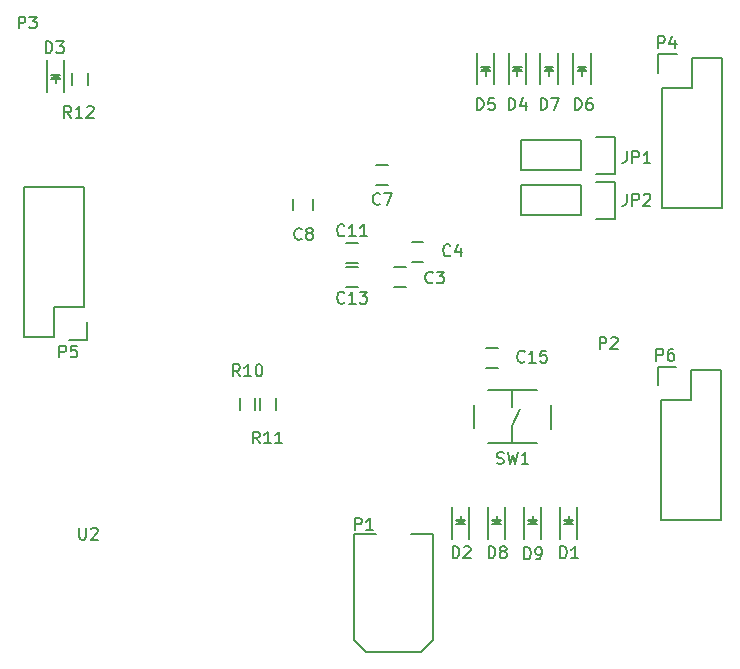
<source format=gbr>
G04 #@! TF.FileFunction,Legend,Top*
%FSLAX46Y46*%
G04 Gerber Fmt 4.6, Leading zero omitted, Abs format (unit mm)*
G04 Created by KiCad (PCBNEW 4.0.1-stable) date 12-Feb-16 11:10:28 AM*
%MOMM*%
G01*
G04 APERTURE LIST*
%ADD10C,0.100000*%
%ADD11C,0.150000*%
G04 APERTURE END LIST*
D10*
D11*
X31225000Y-24923000D02*
X32225000Y-24923000D01*
X32225000Y-23223000D02*
X31225000Y-23223000D01*
X33700000Y-21120000D02*
X32700000Y-21120000D01*
X32700000Y-22820000D02*
X33700000Y-22820000D01*
X29701000Y-16287000D02*
X30701000Y-16287000D01*
X30701000Y-14587000D02*
X29701000Y-14587000D01*
X24380000Y-18460000D02*
X24380000Y-17460000D01*
X22680000Y-17460000D02*
X22680000Y-18460000D01*
X28160000Y-21200000D02*
X27160000Y-21200000D01*
X27160000Y-22900000D02*
X28160000Y-22900000D01*
X28160000Y-23260000D02*
X27160000Y-23260000D01*
X27160000Y-24960000D02*
X28160000Y-24960000D01*
X39970000Y-30100000D02*
X38970000Y-30100000D01*
X38970000Y-31800000D02*
X39970000Y-31800000D01*
X46734000Y-46304000D02*
X46734000Y-43604000D01*
X45234000Y-46304000D02*
X45234000Y-43604000D01*
X46134000Y-44804000D02*
X45884000Y-44804000D01*
X45884000Y-44804000D02*
X46034000Y-44954000D01*
X45634000Y-45054000D02*
X46334000Y-45054000D01*
X45984000Y-44704000D02*
X45984000Y-44354000D01*
X45984000Y-45054000D02*
X45634000Y-44704000D01*
X45634000Y-44704000D02*
X46334000Y-44704000D01*
X46334000Y-44704000D02*
X45984000Y-45054000D01*
X37590000Y-46304000D02*
X37590000Y-43604000D01*
X36090000Y-46304000D02*
X36090000Y-43604000D01*
X36990000Y-44804000D02*
X36740000Y-44804000D01*
X36740000Y-44804000D02*
X36890000Y-44954000D01*
X36490000Y-45054000D02*
X37190000Y-45054000D01*
X36840000Y-44704000D02*
X36840000Y-44354000D01*
X36840000Y-45054000D02*
X36490000Y-44704000D01*
X36490000Y-44704000D02*
X37190000Y-44704000D01*
X37190000Y-44704000D02*
X36840000Y-45054000D01*
X1800000Y-5766000D02*
X1800000Y-8466000D01*
X3300000Y-5766000D02*
X3300000Y-8466000D01*
X2400000Y-7266000D02*
X2650000Y-7266000D01*
X2650000Y-7266000D02*
X2500000Y-7116000D01*
X2900000Y-7016000D02*
X2200000Y-7016000D01*
X2550000Y-7366000D02*
X2550000Y-7716000D01*
X2550000Y-7016000D02*
X2900000Y-7366000D01*
X2900000Y-7366000D02*
X2200000Y-7366000D01*
X2200000Y-7366000D02*
X2550000Y-7016000D01*
X40900000Y-5100000D02*
X40900000Y-7800000D01*
X42400000Y-5100000D02*
X42400000Y-7800000D01*
X41500000Y-6600000D02*
X41750000Y-6600000D01*
X41750000Y-6600000D02*
X41600000Y-6450000D01*
X42000000Y-6350000D02*
X41300000Y-6350000D01*
X41650000Y-6700000D02*
X41650000Y-7050000D01*
X41650000Y-6350000D02*
X42000000Y-6700000D01*
X42000000Y-6700000D02*
X41300000Y-6700000D01*
X41300000Y-6700000D02*
X41650000Y-6350000D01*
X38200000Y-5100000D02*
X38200000Y-7800000D01*
X39700000Y-5100000D02*
X39700000Y-7800000D01*
X38800000Y-6600000D02*
X39050000Y-6600000D01*
X39050000Y-6600000D02*
X38900000Y-6450000D01*
X39300000Y-6350000D02*
X38600000Y-6350000D01*
X38950000Y-6700000D02*
X38950000Y-7050000D01*
X38950000Y-6350000D02*
X39300000Y-6700000D01*
X39300000Y-6700000D02*
X38600000Y-6700000D01*
X38600000Y-6700000D02*
X38950000Y-6350000D01*
X46400000Y-5100000D02*
X46400000Y-7800000D01*
X47900000Y-5100000D02*
X47900000Y-7800000D01*
X47000000Y-6600000D02*
X47250000Y-6600000D01*
X47250000Y-6600000D02*
X47100000Y-6450000D01*
X47500000Y-6350000D02*
X46800000Y-6350000D01*
X47150000Y-6700000D02*
X47150000Y-7050000D01*
X47150000Y-6350000D02*
X47500000Y-6700000D01*
X47500000Y-6700000D02*
X46800000Y-6700000D01*
X46800000Y-6700000D02*
X47150000Y-6350000D01*
X43600000Y-5100000D02*
X43600000Y-7800000D01*
X45100000Y-5100000D02*
X45100000Y-7800000D01*
X44200000Y-6600000D02*
X44450000Y-6600000D01*
X44450000Y-6600000D02*
X44300000Y-6450000D01*
X44700000Y-6350000D02*
X44000000Y-6350000D01*
X44350000Y-6700000D02*
X44350000Y-7050000D01*
X44350000Y-6350000D02*
X44700000Y-6700000D01*
X44700000Y-6700000D02*
X44000000Y-6700000D01*
X44000000Y-6700000D02*
X44350000Y-6350000D01*
X40638000Y-46304000D02*
X40638000Y-43604000D01*
X39138000Y-46304000D02*
X39138000Y-43604000D01*
X40038000Y-44804000D02*
X39788000Y-44804000D01*
X39788000Y-44804000D02*
X39938000Y-44954000D01*
X39538000Y-45054000D02*
X40238000Y-45054000D01*
X39888000Y-44704000D02*
X39888000Y-44354000D01*
X39888000Y-45054000D02*
X39538000Y-44704000D01*
X39538000Y-44704000D02*
X40238000Y-44704000D01*
X40238000Y-44704000D02*
X39888000Y-45054000D01*
X43686000Y-46304000D02*
X43686000Y-43604000D01*
X42186000Y-46304000D02*
X42186000Y-43604000D01*
X43086000Y-44804000D02*
X42836000Y-44804000D01*
X42836000Y-44804000D02*
X42986000Y-44954000D01*
X42586000Y-45054000D02*
X43286000Y-45054000D01*
X42936000Y-44704000D02*
X42936000Y-44354000D01*
X42936000Y-45054000D02*
X42586000Y-44704000D01*
X42586000Y-44704000D02*
X43286000Y-44704000D01*
X43286000Y-44704000D02*
X42936000Y-45054000D01*
X47062000Y-12536000D02*
X41982000Y-12536000D01*
X41982000Y-12536000D02*
X41982000Y-15076000D01*
X41982000Y-15076000D02*
X47062000Y-15076000D01*
X49882000Y-15356000D02*
X48332000Y-15356000D01*
X47062000Y-15076000D02*
X47062000Y-12536000D01*
X48332000Y-12256000D02*
X49882000Y-12256000D01*
X49882000Y-12256000D02*
X49882000Y-15356000D01*
X47062000Y-16346000D02*
X41982000Y-16346000D01*
X41982000Y-16346000D02*
X41982000Y-18886000D01*
X41982000Y-18886000D02*
X47062000Y-18886000D01*
X49882000Y-19166000D02*
X48332000Y-19166000D01*
X47062000Y-18886000D02*
X47062000Y-16346000D01*
X48332000Y-16066000D02*
X49882000Y-16066000D01*
X49882000Y-16066000D02*
X49882000Y-19166000D01*
X58950000Y-5540000D02*
X58950000Y-18240000D01*
X58950000Y-18240000D02*
X53870000Y-18240000D01*
X53870000Y-18240000D02*
X53870000Y-8080000D01*
X58950000Y-5540000D02*
X56410000Y-5540000D01*
X55140000Y-5260000D02*
X53590000Y-5260000D01*
X56410000Y-5540000D02*
X56410000Y-8080000D01*
X56410000Y-8080000D02*
X53870000Y-8080000D01*
X53590000Y-5260000D02*
X53590000Y-6810000D01*
X-160000Y-29160000D02*
X-160000Y-16460000D01*
X-160000Y-16460000D02*
X4920000Y-16460000D01*
X4920000Y-16460000D02*
X4920000Y-26620000D01*
X-160000Y-29160000D02*
X2380000Y-29160000D01*
X3650000Y-29440000D02*
X5200000Y-29440000D01*
X2380000Y-29160000D02*
X2380000Y-26620000D01*
X2380000Y-26620000D02*
X4920000Y-26620000D01*
X5200000Y-29440000D02*
X5200000Y-27890000D01*
X58910000Y-32020000D02*
X58910000Y-44720000D01*
X58910000Y-44720000D02*
X53830000Y-44720000D01*
X53830000Y-44720000D02*
X53830000Y-34560000D01*
X58910000Y-32020000D02*
X56370000Y-32020000D01*
X55100000Y-31740000D02*
X53550000Y-31740000D01*
X56370000Y-32020000D02*
X56370000Y-34560000D01*
X56370000Y-34560000D02*
X53830000Y-34560000D01*
X53550000Y-31740000D02*
X53550000Y-33290000D01*
X34490000Y-54870000D02*
X33490000Y-55870000D01*
X33490000Y-55870000D02*
X28790000Y-55870000D01*
X34490000Y-45870000D02*
X34490000Y-54870000D01*
X27790000Y-45870000D02*
X27790000Y-54870000D01*
X27790000Y-54870000D02*
X28790000Y-55870000D01*
X29640000Y-45870000D02*
X27790000Y-45870000D01*
X33340000Y-45870000D02*
X34490000Y-45870000D01*
X32640000Y-45870000D02*
X33340000Y-45870000D01*
X19475000Y-34370000D02*
X19475000Y-35370000D01*
X18125000Y-35370000D02*
X18125000Y-34370000D01*
X19825000Y-35370000D02*
X19825000Y-34370000D01*
X21175000Y-34370000D02*
X21175000Y-35370000D01*
X3907000Y-7866000D02*
X3907000Y-6866000D01*
X5257000Y-6866000D02*
X5257000Y-7866000D01*
X41220000Y-36710000D02*
X41870000Y-35260000D01*
X41220000Y-36710000D02*
X41220000Y-38160000D01*
X41220000Y-33660000D02*
X41220000Y-35110000D01*
X39120000Y-33660000D02*
X43320000Y-33660000D01*
X44470000Y-36960000D02*
X44470000Y-34960000D01*
X39120000Y-38160000D02*
X43320000Y-38160000D01*
X37970000Y-34910000D02*
X37970000Y-36910000D01*
X-588095Y-3052381D02*
X-588095Y-2052381D01*
X-207142Y-2052381D01*
X-111904Y-2100000D01*
X-64285Y-2147619D01*
X-16666Y-2242857D01*
X-16666Y-2385714D01*
X-64285Y-2480952D01*
X-111904Y-2528571D01*
X-207142Y-2576190D01*
X-588095Y-2576190D01*
X316667Y-2052381D02*
X935715Y-2052381D01*
X602381Y-2433333D01*
X745239Y-2433333D01*
X840477Y-2480952D01*
X888096Y-2528571D01*
X935715Y-2623810D01*
X935715Y-2861905D01*
X888096Y-2957143D01*
X840477Y-3004762D01*
X745239Y-3052381D01*
X459524Y-3052381D01*
X364286Y-3004762D01*
X316667Y-2957143D01*
X34483334Y-24557143D02*
X34435715Y-24604762D01*
X34292858Y-24652381D01*
X34197620Y-24652381D01*
X34054762Y-24604762D01*
X33959524Y-24509524D01*
X33911905Y-24414286D01*
X33864286Y-24223810D01*
X33864286Y-24080952D01*
X33911905Y-23890476D01*
X33959524Y-23795238D01*
X34054762Y-23700000D01*
X34197620Y-23652381D01*
X34292858Y-23652381D01*
X34435715Y-23700000D01*
X34483334Y-23747619D01*
X34816667Y-23652381D02*
X35435715Y-23652381D01*
X35102381Y-24033333D01*
X35245239Y-24033333D01*
X35340477Y-24080952D01*
X35388096Y-24128571D01*
X35435715Y-24223810D01*
X35435715Y-24461905D01*
X35388096Y-24557143D01*
X35340477Y-24604762D01*
X35245239Y-24652381D01*
X34959524Y-24652381D01*
X34864286Y-24604762D01*
X34816667Y-24557143D01*
X35983334Y-22257143D02*
X35935715Y-22304762D01*
X35792858Y-22352381D01*
X35697620Y-22352381D01*
X35554762Y-22304762D01*
X35459524Y-22209524D01*
X35411905Y-22114286D01*
X35364286Y-21923810D01*
X35364286Y-21780952D01*
X35411905Y-21590476D01*
X35459524Y-21495238D01*
X35554762Y-21400000D01*
X35697620Y-21352381D01*
X35792858Y-21352381D01*
X35935715Y-21400000D01*
X35983334Y-21447619D01*
X36840477Y-21685714D02*
X36840477Y-22352381D01*
X36602381Y-21304762D02*
X36364286Y-22019048D01*
X36983334Y-22019048D01*
X30034334Y-17894143D02*
X29986715Y-17941762D01*
X29843858Y-17989381D01*
X29748620Y-17989381D01*
X29605762Y-17941762D01*
X29510524Y-17846524D01*
X29462905Y-17751286D01*
X29415286Y-17560810D01*
X29415286Y-17417952D01*
X29462905Y-17227476D01*
X29510524Y-17132238D01*
X29605762Y-17037000D01*
X29748620Y-16989381D01*
X29843858Y-16989381D01*
X29986715Y-17037000D01*
X30034334Y-17084619D01*
X30367667Y-16989381D02*
X31034334Y-16989381D01*
X30605762Y-17989381D01*
X23383334Y-20857143D02*
X23335715Y-20904762D01*
X23192858Y-20952381D01*
X23097620Y-20952381D01*
X22954762Y-20904762D01*
X22859524Y-20809524D01*
X22811905Y-20714286D01*
X22764286Y-20523810D01*
X22764286Y-20380952D01*
X22811905Y-20190476D01*
X22859524Y-20095238D01*
X22954762Y-20000000D01*
X23097620Y-19952381D01*
X23192858Y-19952381D01*
X23335715Y-20000000D01*
X23383334Y-20047619D01*
X23954762Y-20380952D02*
X23859524Y-20333333D01*
X23811905Y-20285714D01*
X23764286Y-20190476D01*
X23764286Y-20142857D01*
X23811905Y-20047619D01*
X23859524Y-20000000D01*
X23954762Y-19952381D01*
X24145239Y-19952381D01*
X24240477Y-20000000D01*
X24288096Y-20047619D01*
X24335715Y-20142857D01*
X24335715Y-20190476D01*
X24288096Y-20285714D01*
X24240477Y-20333333D01*
X24145239Y-20380952D01*
X23954762Y-20380952D01*
X23859524Y-20428571D01*
X23811905Y-20476190D01*
X23764286Y-20571429D01*
X23764286Y-20761905D01*
X23811905Y-20857143D01*
X23859524Y-20904762D01*
X23954762Y-20952381D01*
X24145239Y-20952381D01*
X24240477Y-20904762D01*
X24288096Y-20857143D01*
X24335715Y-20761905D01*
X24335715Y-20571429D01*
X24288096Y-20476190D01*
X24240477Y-20428571D01*
X24145239Y-20380952D01*
X27007143Y-20557143D02*
X26959524Y-20604762D01*
X26816667Y-20652381D01*
X26721429Y-20652381D01*
X26578571Y-20604762D01*
X26483333Y-20509524D01*
X26435714Y-20414286D01*
X26388095Y-20223810D01*
X26388095Y-20080952D01*
X26435714Y-19890476D01*
X26483333Y-19795238D01*
X26578571Y-19700000D01*
X26721429Y-19652381D01*
X26816667Y-19652381D01*
X26959524Y-19700000D01*
X27007143Y-19747619D01*
X27959524Y-20652381D02*
X27388095Y-20652381D01*
X27673809Y-20652381D02*
X27673809Y-19652381D01*
X27578571Y-19795238D01*
X27483333Y-19890476D01*
X27388095Y-19938095D01*
X28911905Y-20652381D02*
X28340476Y-20652381D01*
X28626190Y-20652381D02*
X28626190Y-19652381D01*
X28530952Y-19795238D01*
X28435714Y-19890476D01*
X28340476Y-19938095D01*
X27007143Y-26257143D02*
X26959524Y-26304762D01*
X26816667Y-26352381D01*
X26721429Y-26352381D01*
X26578571Y-26304762D01*
X26483333Y-26209524D01*
X26435714Y-26114286D01*
X26388095Y-25923810D01*
X26388095Y-25780952D01*
X26435714Y-25590476D01*
X26483333Y-25495238D01*
X26578571Y-25400000D01*
X26721429Y-25352381D01*
X26816667Y-25352381D01*
X26959524Y-25400000D01*
X27007143Y-25447619D01*
X27959524Y-26352381D02*
X27388095Y-26352381D01*
X27673809Y-26352381D02*
X27673809Y-25352381D01*
X27578571Y-25495238D01*
X27483333Y-25590476D01*
X27388095Y-25638095D01*
X28292857Y-25352381D02*
X28911905Y-25352381D01*
X28578571Y-25733333D01*
X28721429Y-25733333D01*
X28816667Y-25780952D01*
X28864286Y-25828571D01*
X28911905Y-25923810D01*
X28911905Y-26161905D01*
X28864286Y-26257143D01*
X28816667Y-26304762D01*
X28721429Y-26352381D01*
X28435714Y-26352381D01*
X28340476Y-26304762D01*
X28292857Y-26257143D01*
X42257143Y-31257143D02*
X42209524Y-31304762D01*
X42066667Y-31352381D01*
X41971429Y-31352381D01*
X41828571Y-31304762D01*
X41733333Y-31209524D01*
X41685714Y-31114286D01*
X41638095Y-30923810D01*
X41638095Y-30780952D01*
X41685714Y-30590476D01*
X41733333Y-30495238D01*
X41828571Y-30400000D01*
X41971429Y-30352381D01*
X42066667Y-30352381D01*
X42209524Y-30400000D01*
X42257143Y-30447619D01*
X43209524Y-31352381D02*
X42638095Y-31352381D01*
X42923809Y-31352381D02*
X42923809Y-30352381D01*
X42828571Y-30495238D01*
X42733333Y-30590476D01*
X42638095Y-30638095D01*
X44114286Y-30352381D02*
X43638095Y-30352381D01*
X43590476Y-30828571D01*
X43638095Y-30780952D01*
X43733333Y-30733333D01*
X43971429Y-30733333D01*
X44066667Y-30780952D01*
X44114286Y-30828571D01*
X44161905Y-30923810D01*
X44161905Y-31161905D01*
X44114286Y-31257143D01*
X44066667Y-31304762D01*
X43971429Y-31352381D01*
X43733333Y-31352381D01*
X43638095Y-31304762D01*
X43590476Y-31257143D01*
X45261905Y-47902381D02*
X45261905Y-46902381D01*
X45500000Y-46902381D01*
X45642858Y-46950000D01*
X45738096Y-47045238D01*
X45785715Y-47140476D01*
X45833334Y-47330952D01*
X45833334Y-47473810D01*
X45785715Y-47664286D01*
X45738096Y-47759524D01*
X45642858Y-47854762D01*
X45500000Y-47902381D01*
X45261905Y-47902381D01*
X46785715Y-47902381D02*
X46214286Y-47902381D01*
X46500000Y-47902381D02*
X46500000Y-46902381D01*
X46404762Y-47045238D01*
X46309524Y-47140476D01*
X46214286Y-47188095D01*
X36161905Y-47902381D02*
X36161905Y-46902381D01*
X36400000Y-46902381D01*
X36542858Y-46950000D01*
X36638096Y-47045238D01*
X36685715Y-47140476D01*
X36733334Y-47330952D01*
X36733334Y-47473810D01*
X36685715Y-47664286D01*
X36638096Y-47759524D01*
X36542858Y-47854762D01*
X36400000Y-47902381D01*
X36161905Y-47902381D01*
X37114286Y-46997619D02*
X37161905Y-46950000D01*
X37257143Y-46902381D01*
X37495239Y-46902381D01*
X37590477Y-46950000D01*
X37638096Y-46997619D01*
X37685715Y-47092857D01*
X37685715Y-47188095D01*
X37638096Y-47330952D01*
X37066667Y-47902381D01*
X37685715Y-47902381D01*
X1711905Y-5152381D02*
X1711905Y-4152381D01*
X1950000Y-4152381D01*
X2092858Y-4200000D01*
X2188096Y-4295238D01*
X2235715Y-4390476D01*
X2283334Y-4580952D01*
X2283334Y-4723810D01*
X2235715Y-4914286D01*
X2188096Y-5009524D01*
X2092858Y-5104762D01*
X1950000Y-5152381D01*
X1711905Y-5152381D01*
X2616667Y-4152381D02*
X3235715Y-4152381D01*
X2902381Y-4533333D01*
X3045239Y-4533333D01*
X3140477Y-4580952D01*
X3188096Y-4628571D01*
X3235715Y-4723810D01*
X3235715Y-4961905D01*
X3188096Y-5057143D01*
X3140477Y-5104762D01*
X3045239Y-5152381D01*
X2759524Y-5152381D01*
X2664286Y-5104762D01*
X2616667Y-5057143D01*
X40911905Y-9952381D02*
X40911905Y-8952381D01*
X41150000Y-8952381D01*
X41292858Y-9000000D01*
X41388096Y-9095238D01*
X41435715Y-9190476D01*
X41483334Y-9380952D01*
X41483334Y-9523810D01*
X41435715Y-9714286D01*
X41388096Y-9809524D01*
X41292858Y-9904762D01*
X41150000Y-9952381D01*
X40911905Y-9952381D01*
X42340477Y-9285714D02*
X42340477Y-9952381D01*
X42102381Y-8904762D02*
X41864286Y-9619048D01*
X42483334Y-9619048D01*
X38211905Y-9952381D02*
X38211905Y-8952381D01*
X38450000Y-8952381D01*
X38592858Y-9000000D01*
X38688096Y-9095238D01*
X38735715Y-9190476D01*
X38783334Y-9380952D01*
X38783334Y-9523810D01*
X38735715Y-9714286D01*
X38688096Y-9809524D01*
X38592858Y-9904762D01*
X38450000Y-9952381D01*
X38211905Y-9952381D01*
X39688096Y-8952381D02*
X39211905Y-8952381D01*
X39164286Y-9428571D01*
X39211905Y-9380952D01*
X39307143Y-9333333D01*
X39545239Y-9333333D01*
X39640477Y-9380952D01*
X39688096Y-9428571D01*
X39735715Y-9523810D01*
X39735715Y-9761905D01*
X39688096Y-9857143D01*
X39640477Y-9904762D01*
X39545239Y-9952381D01*
X39307143Y-9952381D01*
X39211905Y-9904762D01*
X39164286Y-9857143D01*
X46511905Y-9952381D02*
X46511905Y-8952381D01*
X46750000Y-8952381D01*
X46892858Y-9000000D01*
X46988096Y-9095238D01*
X47035715Y-9190476D01*
X47083334Y-9380952D01*
X47083334Y-9523810D01*
X47035715Y-9714286D01*
X46988096Y-9809524D01*
X46892858Y-9904762D01*
X46750000Y-9952381D01*
X46511905Y-9952381D01*
X47940477Y-8952381D02*
X47750000Y-8952381D01*
X47654762Y-9000000D01*
X47607143Y-9047619D01*
X47511905Y-9190476D01*
X47464286Y-9380952D01*
X47464286Y-9761905D01*
X47511905Y-9857143D01*
X47559524Y-9904762D01*
X47654762Y-9952381D01*
X47845239Y-9952381D01*
X47940477Y-9904762D01*
X47988096Y-9857143D01*
X48035715Y-9761905D01*
X48035715Y-9523810D01*
X47988096Y-9428571D01*
X47940477Y-9380952D01*
X47845239Y-9333333D01*
X47654762Y-9333333D01*
X47559524Y-9380952D01*
X47511905Y-9428571D01*
X47464286Y-9523810D01*
X43611905Y-9952381D02*
X43611905Y-8952381D01*
X43850000Y-8952381D01*
X43992858Y-9000000D01*
X44088096Y-9095238D01*
X44135715Y-9190476D01*
X44183334Y-9380952D01*
X44183334Y-9523810D01*
X44135715Y-9714286D01*
X44088096Y-9809524D01*
X43992858Y-9904762D01*
X43850000Y-9952381D01*
X43611905Y-9952381D01*
X44516667Y-8952381D02*
X45183334Y-8952381D01*
X44754762Y-9952381D01*
X39211905Y-47902381D02*
X39211905Y-46902381D01*
X39450000Y-46902381D01*
X39592858Y-46950000D01*
X39688096Y-47045238D01*
X39735715Y-47140476D01*
X39783334Y-47330952D01*
X39783334Y-47473810D01*
X39735715Y-47664286D01*
X39688096Y-47759524D01*
X39592858Y-47854762D01*
X39450000Y-47902381D01*
X39211905Y-47902381D01*
X40354762Y-47330952D02*
X40259524Y-47283333D01*
X40211905Y-47235714D01*
X40164286Y-47140476D01*
X40164286Y-47092857D01*
X40211905Y-46997619D01*
X40259524Y-46950000D01*
X40354762Y-46902381D01*
X40545239Y-46902381D01*
X40640477Y-46950000D01*
X40688096Y-46997619D01*
X40735715Y-47092857D01*
X40735715Y-47140476D01*
X40688096Y-47235714D01*
X40640477Y-47283333D01*
X40545239Y-47330952D01*
X40354762Y-47330952D01*
X40259524Y-47378571D01*
X40211905Y-47426190D01*
X40164286Y-47521429D01*
X40164286Y-47711905D01*
X40211905Y-47807143D01*
X40259524Y-47854762D01*
X40354762Y-47902381D01*
X40545239Y-47902381D01*
X40640477Y-47854762D01*
X40688096Y-47807143D01*
X40735715Y-47711905D01*
X40735715Y-47521429D01*
X40688096Y-47426190D01*
X40640477Y-47378571D01*
X40545239Y-47330952D01*
X42211905Y-48002381D02*
X42211905Y-47002381D01*
X42450000Y-47002381D01*
X42592858Y-47050000D01*
X42688096Y-47145238D01*
X42735715Y-47240476D01*
X42783334Y-47430952D01*
X42783334Y-47573810D01*
X42735715Y-47764286D01*
X42688096Y-47859524D01*
X42592858Y-47954762D01*
X42450000Y-48002381D01*
X42211905Y-48002381D01*
X43259524Y-48002381D02*
X43450000Y-48002381D01*
X43545239Y-47954762D01*
X43592858Y-47907143D01*
X43688096Y-47764286D01*
X43735715Y-47573810D01*
X43735715Y-47192857D01*
X43688096Y-47097619D01*
X43640477Y-47050000D01*
X43545239Y-47002381D01*
X43354762Y-47002381D01*
X43259524Y-47050000D01*
X43211905Y-47097619D01*
X43164286Y-47192857D01*
X43164286Y-47430952D01*
X43211905Y-47526190D01*
X43259524Y-47573810D01*
X43354762Y-47621429D01*
X43545239Y-47621429D01*
X43640477Y-47573810D01*
X43688096Y-47526190D01*
X43735715Y-47430952D01*
X50916667Y-13452381D02*
X50916667Y-14166667D01*
X50869047Y-14309524D01*
X50773809Y-14404762D01*
X50630952Y-14452381D01*
X50535714Y-14452381D01*
X51392857Y-14452381D02*
X51392857Y-13452381D01*
X51773810Y-13452381D01*
X51869048Y-13500000D01*
X51916667Y-13547619D01*
X51964286Y-13642857D01*
X51964286Y-13785714D01*
X51916667Y-13880952D01*
X51869048Y-13928571D01*
X51773810Y-13976190D01*
X51392857Y-13976190D01*
X52916667Y-14452381D02*
X52345238Y-14452381D01*
X52630952Y-14452381D02*
X52630952Y-13452381D01*
X52535714Y-13595238D01*
X52440476Y-13690476D01*
X52345238Y-13738095D01*
X50916667Y-17052381D02*
X50916667Y-17766667D01*
X50869047Y-17909524D01*
X50773809Y-18004762D01*
X50630952Y-18052381D01*
X50535714Y-18052381D01*
X51392857Y-18052381D02*
X51392857Y-17052381D01*
X51773810Y-17052381D01*
X51869048Y-17100000D01*
X51916667Y-17147619D01*
X51964286Y-17242857D01*
X51964286Y-17385714D01*
X51916667Y-17480952D01*
X51869048Y-17528571D01*
X51773810Y-17576190D01*
X51392857Y-17576190D01*
X52345238Y-17147619D02*
X52392857Y-17100000D01*
X52488095Y-17052381D01*
X52726191Y-17052381D01*
X52821429Y-17100000D01*
X52869048Y-17147619D01*
X52916667Y-17242857D01*
X52916667Y-17338095D01*
X52869048Y-17480952D01*
X52297619Y-18052381D01*
X52916667Y-18052381D01*
X48611905Y-30202381D02*
X48611905Y-29202381D01*
X48992858Y-29202381D01*
X49088096Y-29250000D01*
X49135715Y-29297619D01*
X49183334Y-29392857D01*
X49183334Y-29535714D01*
X49135715Y-29630952D01*
X49088096Y-29678571D01*
X48992858Y-29726190D01*
X48611905Y-29726190D01*
X49564286Y-29297619D02*
X49611905Y-29250000D01*
X49707143Y-29202381D01*
X49945239Y-29202381D01*
X50040477Y-29250000D01*
X50088096Y-29297619D01*
X50135715Y-29392857D01*
X50135715Y-29488095D01*
X50088096Y-29630952D01*
X49516667Y-30202381D01*
X50135715Y-30202381D01*
X4558095Y-45332381D02*
X4558095Y-46141905D01*
X4605714Y-46237143D01*
X4653333Y-46284762D01*
X4748571Y-46332381D01*
X4939048Y-46332381D01*
X5034286Y-46284762D01*
X5081905Y-46237143D01*
X5129524Y-46141905D01*
X5129524Y-45332381D01*
X5558095Y-45427619D02*
X5605714Y-45380000D01*
X5700952Y-45332381D01*
X5939048Y-45332381D01*
X6034286Y-45380000D01*
X6081905Y-45427619D01*
X6129524Y-45522857D01*
X6129524Y-45618095D01*
X6081905Y-45760952D01*
X5510476Y-46332381D01*
X6129524Y-46332381D01*
X53561905Y-4732381D02*
X53561905Y-3732381D01*
X53942858Y-3732381D01*
X54038096Y-3780000D01*
X54085715Y-3827619D01*
X54133334Y-3922857D01*
X54133334Y-4065714D01*
X54085715Y-4160952D01*
X54038096Y-4208571D01*
X53942858Y-4256190D01*
X53561905Y-4256190D01*
X54990477Y-4065714D02*
X54990477Y-4732381D01*
X54752381Y-3684762D02*
X54514286Y-4399048D01*
X55133334Y-4399048D01*
X2871905Y-30912381D02*
X2871905Y-29912381D01*
X3252858Y-29912381D01*
X3348096Y-29960000D01*
X3395715Y-30007619D01*
X3443334Y-30102857D01*
X3443334Y-30245714D01*
X3395715Y-30340952D01*
X3348096Y-30388571D01*
X3252858Y-30436190D01*
X2871905Y-30436190D01*
X4348096Y-29912381D02*
X3871905Y-29912381D01*
X3824286Y-30388571D01*
X3871905Y-30340952D01*
X3967143Y-30293333D01*
X4205239Y-30293333D01*
X4300477Y-30340952D01*
X4348096Y-30388571D01*
X4395715Y-30483810D01*
X4395715Y-30721905D01*
X4348096Y-30817143D01*
X4300477Y-30864762D01*
X4205239Y-30912381D01*
X3967143Y-30912381D01*
X3871905Y-30864762D01*
X3824286Y-30817143D01*
X53421905Y-31192381D02*
X53421905Y-30192381D01*
X53802858Y-30192381D01*
X53898096Y-30240000D01*
X53945715Y-30287619D01*
X53993334Y-30382857D01*
X53993334Y-30525714D01*
X53945715Y-30620952D01*
X53898096Y-30668571D01*
X53802858Y-30716190D01*
X53421905Y-30716190D01*
X54850477Y-30192381D02*
X54660000Y-30192381D01*
X54564762Y-30240000D01*
X54517143Y-30287619D01*
X54421905Y-30430476D01*
X54374286Y-30620952D01*
X54374286Y-31001905D01*
X54421905Y-31097143D01*
X54469524Y-31144762D01*
X54564762Y-31192381D01*
X54755239Y-31192381D01*
X54850477Y-31144762D01*
X54898096Y-31097143D01*
X54945715Y-31001905D01*
X54945715Y-30763810D01*
X54898096Y-30668571D01*
X54850477Y-30620952D01*
X54755239Y-30573333D01*
X54564762Y-30573333D01*
X54469524Y-30620952D01*
X54421905Y-30668571D01*
X54374286Y-30763810D01*
X27891905Y-45522381D02*
X27891905Y-44522381D01*
X28272858Y-44522381D01*
X28368096Y-44570000D01*
X28415715Y-44617619D01*
X28463334Y-44712857D01*
X28463334Y-44855714D01*
X28415715Y-44950952D01*
X28368096Y-44998571D01*
X28272858Y-45046190D01*
X27891905Y-45046190D01*
X29415715Y-45522381D02*
X28844286Y-45522381D01*
X29130000Y-45522381D02*
X29130000Y-44522381D01*
X29034762Y-44665238D01*
X28939524Y-44760476D01*
X28844286Y-44808095D01*
X18147143Y-32502381D02*
X17813809Y-32026190D01*
X17575714Y-32502381D02*
X17575714Y-31502381D01*
X17956667Y-31502381D01*
X18051905Y-31550000D01*
X18099524Y-31597619D01*
X18147143Y-31692857D01*
X18147143Y-31835714D01*
X18099524Y-31930952D01*
X18051905Y-31978571D01*
X17956667Y-32026190D01*
X17575714Y-32026190D01*
X19099524Y-32502381D02*
X18528095Y-32502381D01*
X18813809Y-32502381D02*
X18813809Y-31502381D01*
X18718571Y-31645238D01*
X18623333Y-31740476D01*
X18528095Y-31788095D01*
X19718571Y-31502381D02*
X19813810Y-31502381D01*
X19909048Y-31550000D01*
X19956667Y-31597619D01*
X20004286Y-31692857D01*
X20051905Y-31883333D01*
X20051905Y-32121429D01*
X20004286Y-32311905D01*
X19956667Y-32407143D01*
X19909048Y-32454762D01*
X19813810Y-32502381D01*
X19718571Y-32502381D01*
X19623333Y-32454762D01*
X19575714Y-32407143D01*
X19528095Y-32311905D01*
X19480476Y-32121429D01*
X19480476Y-31883333D01*
X19528095Y-31692857D01*
X19575714Y-31597619D01*
X19623333Y-31550000D01*
X19718571Y-31502381D01*
X19827143Y-38202381D02*
X19493809Y-37726190D01*
X19255714Y-38202381D02*
X19255714Y-37202381D01*
X19636667Y-37202381D01*
X19731905Y-37250000D01*
X19779524Y-37297619D01*
X19827143Y-37392857D01*
X19827143Y-37535714D01*
X19779524Y-37630952D01*
X19731905Y-37678571D01*
X19636667Y-37726190D01*
X19255714Y-37726190D01*
X20779524Y-38202381D02*
X20208095Y-38202381D01*
X20493809Y-38202381D02*
X20493809Y-37202381D01*
X20398571Y-37345238D01*
X20303333Y-37440476D01*
X20208095Y-37488095D01*
X21731905Y-38202381D02*
X21160476Y-38202381D01*
X21446190Y-38202381D02*
X21446190Y-37202381D01*
X21350952Y-37345238D01*
X21255714Y-37440476D01*
X21160476Y-37488095D01*
X3867143Y-10632381D02*
X3533809Y-10156190D01*
X3295714Y-10632381D02*
X3295714Y-9632381D01*
X3676667Y-9632381D01*
X3771905Y-9680000D01*
X3819524Y-9727619D01*
X3867143Y-9822857D01*
X3867143Y-9965714D01*
X3819524Y-10060952D01*
X3771905Y-10108571D01*
X3676667Y-10156190D01*
X3295714Y-10156190D01*
X4819524Y-10632381D02*
X4248095Y-10632381D01*
X4533809Y-10632381D02*
X4533809Y-9632381D01*
X4438571Y-9775238D01*
X4343333Y-9870476D01*
X4248095Y-9918095D01*
X5200476Y-9727619D02*
X5248095Y-9680000D01*
X5343333Y-9632381D01*
X5581429Y-9632381D01*
X5676667Y-9680000D01*
X5724286Y-9727619D01*
X5771905Y-9822857D01*
X5771905Y-9918095D01*
X5724286Y-10060952D01*
X5152857Y-10632381D01*
X5771905Y-10632381D01*
X39916667Y-39884762D02*
X40059524Y-39932381D01*
X40297620Y-39932381D01*
X40392858Y-39884762D01*
X40440477Y-39837143D01*
X40488096Y-39741905D01*
X40488096Y-39646667D01*
X40440477Y-39551429D01*
X40392858Y-39503810D01*
X40297620Y-39456190D01*
X40107143Y-39408571D01*
X40011905Y-39360952D01*
X39964286Y-39313333D01*
X39916667Y-39218095D01*
X39916667Y-39122857D01*
X39964286Y-39027619D01*
X40011905Y-38980000D01*
X40107143Y-38932381D01*
X40345239Y-38932381D01*
X40488096Y-38980000D01*
X40821429Y-38932381D02*
X41059524Y-39932381D01*
X41250001Y-39218095D01*
X41440477Y-39932381D01*
X41678572Y-38932381D01*
X42583334Y-39932381D02*
X42011905Y-39932381D01*
X42297619Y-39932381D02*
X42297619Y-38932381D01*
X42202381Y-39075238D01*
X42107143Y-39170476D01*
X42011905Y-39218095D01*
M02*

</source>
